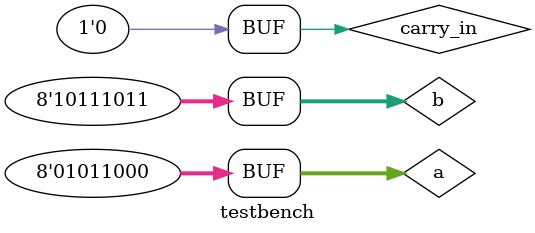
<source format=v>
`include "top.v"
module testbench;
reg [7:0] a,b;
reg carry_in;
wire [8:0] sum;
wire carry_out;
top i_top1 (.num1(a),.num2(b),.sum(sum),.carry_in(carry_in));
initial begin
    $dumpfile("dump file.vcd");
    $dumpvars(0,testbench);
    a=8'b0101_1000; //58
    b=8'b1011_1011; //BB
    carry_in=0; //result should be 113
end
initial 
    #5 $monitor("Time:[%0t], a=%h, b=%h, sum=%h",$time,a,b,sum);
endmodule
</source>
